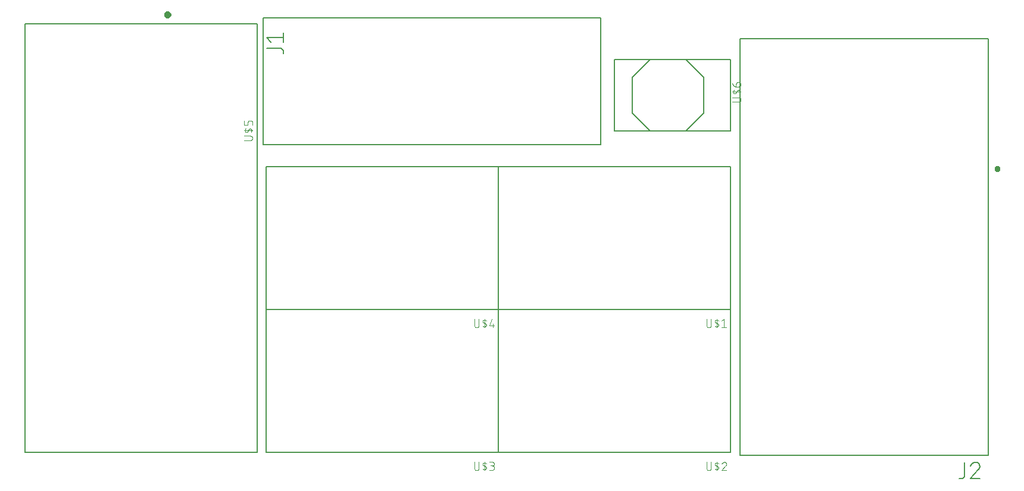
<source format=gbr>
G04 EAGLE Gerber X2 export*
%TF.Part,Single*%
%TF.FileFunction,Legend,Top,1*%
%TF.FilePolarity,Positive*%
%TF.GenerationSoftware,Autodesk,EAGLE,9.1.2*%
%TF.CreationDate,2018-08-08T23:14:36Z*%
G75*
%MOMM*%
%FSLAX34Y34*%
%LPD*%
%AMOC8*
5,1,8,0,0,1.08239X$1,22.5*%
G01*
%ADD10C,0.127000*%
%ADD11C,0.203200*%
%ADD12C,0.500000*%
%ADD13C,0.152400*%
%ADD14C,0.400000*%
%ADD15C,0.101600*%


D10*
X330200Y647700D02*
X330200Y38100D01*
X0Y38100D01*
X0Y647700D01*
X330200Y647700D01*
D11*
X344282Y613007D02*
X362498Y613007D01*
X362498Y613006D02*
X362641Y613004D01*
X362785Y612998D01*
X362928Y612988D01*
X363070Y612974D01*
X363213Y612957D01*
X363355Y612935D01*
X363496Y612909D01*
X363636Y612880D01*
X363776Y612847D01*
X363914Y612810D01*
X364051Y612769D01*
X364188Y612724D01*
X364323Y612676D01*
X364456Y612623D01*
X364588Y612568D01*
X364719Y612508D01*
X364848Y612445D01*
X364975Y612379D01*
X365100Y612309D01*
X365223Y612235D01*
X365344Y612159D01*
X365463Y612079D01*
X365580Y611995D01*
X365694Y611909D01*
X365806Y611819D01*
X365916Y611726D01*
X366023Y611631D01*
X366127Y611532D01*
X366228Y611431D01*
X366327Y611327D01*
X366422Y611220D01*
X366515Y611110D01*
X366605Y610998D01*
X366691Y610884D01*
X366775Y610767D01*
X366855Y610648D01*
X366931Y610527D01*
X367005Y610404D01*
X367075Y610279D01*
X367141Y610152D01*
X367204Y610023D01*
X367264Y609892D01*
X367319Y609760D01*
X367372Y609627D01*
X367420Y609492D01*
X367465Y609355D01*
X367506Y609218D01*
X367543Y609079D01*
X367576Y608940D01*
X367605Y608800D01*
X367631Y608659D01*
X367653Y608517D01*
X367670Y608374D01*
X367684Y608232D01*
X367694Y608089D01*
X367700Y607945D01*
X367702Y607802D01*
X367702Y605200D01*
X349487Y621575D02*
X344282Y628080D01*
X367702Y628080D01*
X367702Y621575D02*
X367702Y634586D01*
D12*
X200700Y660400D02*
X200702Y660499D01*
X200708Y660599D01*
X200718Y660698D01*
X200732Y660796D01*
X200749Y660894D01*
X200771Y660991D01*
X200796Y661087D01*
X200825Y661182D01*
X200858Y661276D01*
X200895Y661368D01*
X200935Y661459D01*
X200979Y661548D01*
X201027Y661636D01*
X201078Y661721D01*
X201132Y661804D01*
X201189Y661886D01*
X201250Y661964D01*
X201314Y662041D01*
X201380Y662114D01*
X201450Y662185D01*
X201522Y662253D01*
X201597Y662319D01*
X201675Y662381D01*
X201755Y662440D01*
X201837Y662496D01*
X201921Y662548D01*
X202008Y662597D01*
X202096Y662643D01*
X202186Y662685D01*
X202278Y662724D01*
X202371Y662759D01*
X202465Y662790D01*
X202561Y662817D01*
X202658Y662840D01*
X202755Y662860D01*
X202853Y662876D01*
X202952Y662888D01*
X203051Y662896D01*
X203150Y662900D01*
X203250Y662900D01*
X203349Y662896D01*
X203448Y662888D01*
X203547Y662876D01*
X203645Y662860D01*
X203742Y662840D01*
X203839Y662817D01*
X203935Y662790D01*
X204029Y662759D01*
X204122Y662724D01*
X204214Y662685D01*
X204304Y662643D01*
X204392Y662597D01*
X204479Y662548D01*
X204563Y662496D01*
X204645Y662440D01*
X204725Y662381D01*
X204803Y662319D01*
X204878Y662253D01*
X204950Y662185D01*
X205020Y662114D01*
X205086Y662041D01*
X205150Y661964D01*
X205211Y661886D01*
X205268Y661804D01*
X205322Y661721D01*
X205373Y661636D01*
X205421Y661548D01*
X205465Y661459D01*
X205505Y661368D01*
X205542Y661276D01*
X205575Y661182D01*
X205604Y661087D01*
X205629Y660991D01*
X205651Y660894D01*
X205668Y660796D01*
X205682Y660698D01*
X205692Y660599D01*
X205698Y660499D01*
X205700Y660400D01*
X205698Y660301D01*
X205692Y660201D01*
X205682Y660102D01*
X205668Y660004D01*
X205651Y659906D01*
X205629Y659809D01*
X205604Y659713D01*
X205575Y659618D01*
X205542Y659524D01*
X205505Y659432D01*
X205465Y659341D01*
X205421Y659252D01*
X205373Y659164D01*
X205322Y659079D01*
X205268Y658996D01*
X205211Y658914D01*
X205150Y658836D01*
X205086Y658759D01*
X205020Y658686D01*
X204950Y658615D01*
X204878Y658547D01*
X204803Y658481D01*
X204725Y658419D01*
X204645Y658360D01*
X204563Y658304D01*
X204479Y658252D01*
X204392Y658203D01*
X204304Y658157D01*
X204214Y658115D01*
X204122Y658076D01*
X204029Y658041D01*
X203935Y658010D01*
X203839Y657983D01*
X203742Y657960D01*
X203645Y657940D01*
X203547Y657924D01*
X203448Y657912D01*
X203349Y657904D01*
X203250Y657900D01*
X203150Y657900D01*
X203051Y657904D01*
X202952Y657912D01*
X202853Y657924D01*
X202755Y657940D01*
X202658Y657960D01*
X202561Y657983D01*
X202465Y658010D01*
X202371Y658041D01*
X202278Y658076D01*
X202186Y658115D01*
X202096Y658157D01*
X202008Y658203D01*
X201921Y658252D01*
X201837Y658304D01*
X201755Y658360D01*
X201675Y658419D01*
X201597Y658481D01*
X201522Y658547D01*
X201450Y658615D01*
X201380Y658686D01*
X201314Y658759D01*
X201250Y658836D01*
X201189Y658914D01*
X201132Y658996D01*
X201078Y659079D01*
X201027Y659164D01*
X200979Y659252D01*
X200935Y659341D01*
X200895Y659432D01*
X200858Y659524D01*
X200825Y659618D01*
X200796Y659713D01*
X200771Y659809D01*
X200749Y659906D01*
X200732Y660004D01*
X200718Y660102D01*
X200708Y660201D01*
X200702Y660301D01*
X200700Y660400D01*
D11*
X1336492Y24071D02*
X1336492Y5876D01*
X1336490Y5733D01*
X1336484Y5590D01*
X1336474Y5447D01*
X1336460Y5304D01*
X1336443Y5162D01*
X1336421Y5020D01*
X1336396Y4879D01*
X1336366Y4739D01*
X1336333Y4600D01*
X1336296Y4461D01*
X1336255Y4324D01*
X1336210Y4188D01*
X1336162Y4053D01*
X1336110Y3920D01*
X1336054Y3788D01*
X1335995Y3657D01*
X1335932Y3528D01*
X1335865Y3402D01*
X1335795Y3276D01*
X1335722Y3153D01*
X1335645Y3032D01*
X1335565Y2914D01*
X1335482Y2797D01*
X1335396Y2683D01*
X1335306Y2571D01*
X1335214Y2462D01*
X1335118Y2355D01*
X1335020Y2251D01*
X1334918Y2149D01*
X1334814Y2051D01*
X1334707Y1955D01*
X1334598Y1863D01*
X1334486Y1773D01*
X1334372Y1687D01*
X1334255Y1604D01*
X1334137Y1524D01*
X1334016Y1447D01*
X1333893Y1374D01*
X1333767Y1304D01*
X1333641Y1237D01*
X1333512Y1174D01*
X1333381Y1115D01*
X1333249Y1059D01*
X1333116Y1007D01*
X1332981Y959D01*
X1332845Y914D01*
X1332708Y873D01*
X1332569Y836D01*
X1332430Y803D01*
X1332290Y773D01*
X1332149Y748D01*
X1332007Y726D01*
X1331865Y709D01*
X1331722Y695D01*
X1331579Y685D01*
X1331436Y679D01*
X1331293Y677D01*
X1328694Y677D01*
X1352205Y24071D02*
X1352356Y24069D01*
X1352506Y24063D01*
X1352656Y24054D01*
X1352806Y24040D01*
X1352956Y24023D01*
X1353105Y24001D01*
X1353254Y23976D01*
X1353401Y23947D01*
X1353548Y23915D01*
X1353695Y23878D01*
X1353840Y23838D01*
X1353984Y23794D01*
X1354127Y23746D01*
X1354268Y23695D01*
X1354408Y23640D01*
X1354547Y23582D01*
X1354684Y23519D01*
X1354820Y23454D01*
X1354954Y23385D01*
X1355086Y23312D01*
X1355216Y23236D01*
X1355344Y23157D01*
X1355470Y23075D01*
X1355594Y22989D01*
X1355716Y22900D01*
X1355835Y22808D01*
X1355952Y22713D01*
X1356066Y22615D01*
X1356178Y22514D01*
X1356287Y22411D01*
X1356394Y22304D01*
X1356497Y22195D01*
X1356598Y22083D01*
X1356696Y21969D01*
X1356791Y21852D01*
X1356883Y21733D01*
X1356972Y21611D01*
X1357058Y21487D01*
X1357140Y21361D01*
X1357219Y21233D01*
X1357295Y21103D01*
X1357368Y20971D01*
X1357437Y20837D01*
X1357502Y20701D01*
X1357565Y20564D01*
X1357623Y20425D01*
X1357678Y20285D01*
X1357729Y20144D01*
X1357777Y20001D01*
X1357821Y19857D01*
X1357861Y19712D01*
X1357898Y19565D01*
X1357930Y19418D01*
X1357959Y19271D01*
X1357984Y19122D01*
X1358006Y18973D01*
X1358023Y18823D01*
X1358037Y18673D01*
X1358046Y18523D01*
X1358052Y18373D01*
X1358054Y18222D01*
X1352205Y24071D02*
X1352023Y24069D01*
X1351842Y24062D01*
X1351660Y24051D01*
X1351479Y24036D01*
X1351299Y24016D01*
X1351118Y23992D01*
X1350939Y23964D01*
X1350760Y23931D01*
X1350582Y23894D01*
X1350405Y23852D01*
X1350230Y23807D01*
X1350055Y23757D01*
X1349881Y23703D01*
X1349709Y23644D01*
X1349539Y23582D01*
X1349369Y23515D01*
X1349202Y23445D01*
X1349036Y23370D01*
X1348873Y23292D01*
X1348711Y23209D01*
X1348551Y23123D01*
X1348393Y23032D01*
X1348238Y22938D01*
X1348084Y22840D01*
X1347934Y22739D01*
X1347785Y22634D01*
X1347640Y22525D01*
X1347497Y22413D01*
X1347357Y22297D01*
X1347219Y22179D01*
X1347085Y22056D01*
X1346953Y21931D01*
X1346825Y21802D01*
X1346700Y21671D01*
X1346577Y21536D01*
X1346459Y21399D01*
X1346343Y21258D01*
X1346231Y21115D01*
X1346123Y20969D01*
X1346018Y20821D01*
X1345917Y20670D01*
X1345819Y20517D01*
X1345725Y20361D01*
X1345635Y20203D01*
X1345549Y20043D01*
X1345466Y19881D01*
X1345388Y19718D01*
X1345314Y19552D01*
X1345243Y19384D01*
X1345177Y19215D01*
X1345115Y19044D01*
X1345057Y18872D01*
X1356104Y13673D02*
X1356215Y13781D01*
X1356322Y13891D01*
X1356427Y14004D01*
X1356529Y14119D01*
X1356629Y14237D01*
X1356725Y14358D01*
X1356818Y14480D01*
X1356908Y14605D01*
X1356996Y14732D01*
X1357080Y14862D01*
X1357161Y14993D01*
X1357238Y15126D01*
X1357313Y15261D01*
X1357383Y15398D01*
X1357451Y15537D01*
X1357515Y15677D01*
X1357576Y15818D01*
X1357633Y15962D01*
X1357687Y16106D01*
X1357737Y16252D01*
X1357784Y16399D01*
X1357827Y16547D01*
X1357866Y16696D01*
X1357901Y16846D01*
X1357933Y16997D01*
X1357962Y17148D01*
X1357986Y17300D01*
X1358007Y17453D01*
X1358024Y17606D01*
X1358037Y17760D01*
X1358046Y17914D01*
X1358052Y18068D01*
X1358054Y18222D01*
X1356104Y13674D02*
X1345057Y677D01*
X1358054Y677D01*
D13*
X1370100Y34150D02*
X1017500Y34150D01*
X1017500Y626250D01*
X1370100Y626250D01*
X1370100Y34150D01*
D14*
X1380800Y441350D02*
X1380802Y441439D01*
X1380808Y441528D01*
X1380818Y441617D01*
X1380832Y441705D01*
X1380849Y441792D01*
X1380871Y441878D01*
X1380897Y441964D01*
X1380926Y442048D01*
X1380959Y442131D01*
X1380995Y442212D01*
X1381036Y442292D01*
X1381079Y442369D01*
X1381126Y442445D01*
X1381177Y442518D01*
X1381230Y442589D01*
X1381287Y442658D01*
X1381347Y442724D01*
X1381410Y442788D01*
X1381475Y442848D01*
X1381543Y442906D01*
X1381614Y442960D01*
X1381687Y443011D01*
X1381762Y443059D01*
X1381839Y443104D01*
X1381918Y443145D01*
X1381999Y443182D01*
X1382081Y443216D01*
X1382165Y443247D01*
X1382250Y443273D01*
X1382336Y443296D01*
X1382423Y443314D01*
X1382511Y443329D01*
X1382600Y443340D01*
X1382689Y443347D01*
X1382778Y443350D01*
X1382867Y443349D01*
X1382956Y443344D01*
X1383044Y443335D01*
X1383133Y443322D01*
X1383220Y443305D01*
X1383307Y443285D01*
X1383393Y443260D01*
X1383477Y443232D01*
X1383560Y443200D01*
X1383642Y443164D01*
X1383722Y443125D01*
X1383800Y443082D01*
X1383876Y443036D01*
X1383950Y442986D01*
X1384022Y442933D01*
X1384091Y442877D01*
X1384158Y442818D01*
X1384222Y442756D01*
X1384283Y442692D01*
X1384342Y442624D01*
X1384397Y442554D01*
X1384449Y442482D01*
X1384498Y442407D01*
X1384543Y442331D01*
X1384585Y442252D01*
X1384623Y442172D01*
X1384658Y442090D01*
X1384689Y442006D01*
X1384717Y441921D01*
X1384740Y441835D01*
X1384760Y441748D01*
X1384776Y441661D01*
X1384788Y441572D01*
X1384796Y441484D01*
X1384800Y441395D01*
X1384800Y441305D01*
X1384796Y441216D01*
X1384788Y441128D01*
X1384776Y441039D01*
X1384760Y440952D01*
X1384740Y440865D01*
X1384717Y440779D01*
X1384689Y440694D01*
X1384658Y440610D01*
X1384623Y440528D01*
X1384585Y440448D01*
X1384543Y440369D01*
X1384498Y440293D01*
X1384449Y440218D01*
X1384397Y440146D01*
X1384342Y440076D01*
X1384283Y440008D01*
X1384222Y439944D01*
X1384158Y439882D01*
X1384091Y439823D01*
X1384022Y439767D01*
X1383950Y439714D01*
X1383876Y439664D01*
X1383800Y439618D01*
X1383722Y439575D01*
X1383642Y439536D01*
X1383560Y439500D01*
X1383477Y439468D01*
X1383393Y439440D01*
X1383307Y439415D01*
X1383220Y439395D01*
X1383133Y439378D01*
X1383044Y439365D01*
X1382956Y439356D01*
X1382867Y439351D01*
X1382778Y439350D01*
X1382689Y439353D01*
X1382600Y439360D01*
X1382511Y439371D01*
X1382423Y439386D01*
X1382336Y439404D01*
X1382250Y439427D01*
X1382165Y439453D01*
X1382081Y439484D01*
X1381999Y439518D01*
X1381918Y439555D01*
X1381839Y439596D01*
X1381762Y439641D01*
X1381687Y439689D01*
X1381614Y439740D01*
X1381543Y439794D01*
X1381475Y439852D01*
X1381410Y439912D01*
X1381347Y439976D01*
X1381287Y440042D01*
X1381230Y440111D01*
X1381177Y440182D01*
X1381126Y440255D01*
X1381079Y440331D01*
X1381036Y440408D01*
X1380995Y440488D01*
X1380959Y440569D01*
X1380926Y440652D01*
X1380897Y440736D01*
X1380871Y440822D01*
X1380849Y440908D01*
X1380832Y440995D01*
X1380818Y441083D01*
X1380808Y441172D01*
X1380802Y441261D01*
X1380800Y441350D01*
D10*
X673200Y444400D02*
X673200Y241400D01*
X673200Y444400D02*
X1003200Y444400D01*
X1003200Y241400D01*
X673200Y241400D01*
D15*
X969484Y227392D02*
X969484Y218954D01*
X969483Y218954D02*
X969485Y218841D01*
X969491Y218728D01*
X969501Y218615D01*
X969515Y218502D01*
X969532Y218390D01*
X969554Y218279D01*
X969579Y218169D01*
X969609Y218059D01*
X969642Y217951D01*
X969679Y217844D01*
X969719Y217738D01*
X969764Y217634D01*
X969812Y217531D01*
X969863Y217430D01*
X969918Y217331D01*
X969976Y217234D01*
X970038Y217139D01*
X970103Y217046D01*
X970171Y216956D01*
X970242Y216868D01*
X970317Y216782D01*
X970394Y216699D01*
X970474Y216619D01*
X970557Y216542D01*
X970643Y216467D01*
X970731Y216396D01*
X970821Y216328D01*
X970914Y216263D01*
X971009Y216201D01*
X971106Y216143D01*
X971205Y216088D01*
X971306Y216037D01*
X971409Y215989D01*
X971513Y215944D01*
X971619Y215904D01*
X971726Y215867D01*
X971834Y215834D01*
X971944Y215804D01*
X972054Y215779D01*
X972165Y215757D01*
X972277Y215740D01*
X972390Y215726D01*
X972503Y215716D01*
X972616Y215710D01*
X972729Y215708D01*
X972842Y215710D01*
X972955Y215716D01*
X973068Y215726D01*
X973181Y215740D01*
X973293Y215757D01*
X973404Y215779D01*
X973514Y215804D01*
X973624Y215834D01*
X973732Y215867D01*
X973839Y215904D01*
X973945Y215944D01*
X974049Y215989D01*
X974152Y216037D01*
X974253Y216088D01*
X974352Y216143D01*
X974449Y216201D01*
X974544Y216263D01*
X974637Y216328D01*
X974727Y216396D01*
X974815Y216467D01*
X974901Y216542D01*
X974984Y216619D01*
X975064Y216699D01*
X975141Y216782D01*
X975216Y216868D01*
X975287Y216956D01*
X975355Y217046D01*
X975420Y217139D01*
X975482Y217234D01*
X975540Y217331D01*
X975595Y217430D01*
X975646Y217531D01*
X975694Y217634D01*
X975739Y217738D01*
X975779Y217844D01*
X975816Y217951D01*
X975849Y218059D01*
X975879Y218169D01*
X975904Y218279D01*
X975926Y218390D01*
X975943Y218502D01*
X975957Y218615D01*
X975967Y218728D01*
X975973Y218841D01*
X975975Y218954D01*
X975975Y227392D01*
X983778Y227392D02*
X983778Y215708D01*
X983778Y221550D02*
X982156Y222524D01*
X982155Y222523D02*
X982082Y222570D01*
X982011Y222619D01*
X981941Y222672D01*
X981875Y222728D01*
X981811Y222787D01*
X981749Y222848D01*
X981691Y222912D01*
X981635Y222979D01*
X981583Y223048D01*
X981533Y223120D01*
X981487Y223194D01*
X981444Y223269D01*
X981405Y223347D01*
X981369Y223426D01*
X981337Y223507D01*
X981308Y223589D01*
X981283Y223672D01*
X981262Y223756D01*
X981245Y223841D01*
X981231Y223927D01*
X981222Y224013D01*
X981216Y224100D01*
X981214Y224187D01*
X981216Y224274D01*
X981222Y224361D01*
X981232Y224447D01*
X981245Y224533D01*
X981263Y224618D01*
X981284Y224702D01*
X981309Y224785D01*
X981338Y224868D01*
X981370Y224948D01*
X981406Y225027D01*
X981445Y225105D01*
X981488Y225180D01*
X981535Y225254D01*
X981584Y225325D01*
X981637Y225395D01*
X981692Y225461D01*
X981751Y225525D01*
X981812Y225587D01*
X981877Y225646D01*
X981943Y225701D01*
X982012Y225754D01*
X982084Y225804D01*
X982157Y225850D01*
X982233Y225893D01*
X982310Y225932D01*
X982389Y225968D01*
X982470Y226001D01*
X982552Y226029D01*
X982635Y226055D01*
X982719Y226076D01*
X982805Y226093D01*
X982805Y226094D02*
X982945Y226118D01*
X983087Y226138D01*
X983228Y226154D01*
X983370Y226165D01*
X983513Y226173D01*
X983655Y226177D01*
X983798Y226178D01*
X983941Y226174D01*
X984083Y226166D01*
X984225Y226154D01*
X984367Y226138D01*
X984508Y226119D01*
X984649Y226095D01*
X984789Y226068D01*
X984928Y226036D01*
X985066Y226001D01*
X985204Y225962D01*
X985340Y225919D01*
X985474Y225873D01*
X985608Y225822D01*
X985740Y225769D01*
X985870Y225711D01*
X985999Y225650D01*
X986126Y225585D01*
X986252Y225517D01*
X986375Y225445D01*
X983778Y221550D02*
X985401Y220576D01*
X985402Y220577D02*
X985475Y220530D01*
X985546Y220481D01*
X985616Y220428D01*
X985682Y220372D01*
X985746Y220313D01*
X985808Y220252D01*
X985866Y220188D01*
X985922Y220121D01*
X985974Y220052D01*
X986024Y219980D01*
X986070Y219906D01*
X986113Y219831D01*
X986152Y219753D01*
X986188Y219674D01*
X986220Y219593D01*
X986249Y219511D01*
X986274Y219428D01*
X986295Y219344D01*
X986312Y219259D01*
X986326Y219173D01*
X986335Y219087D01*
X986341Y219000D01*
X986343Y218913D01*
X986341Y218826D01*
X986335Y218739D01*
X986325Y218653D01*
X986312Y218567D01*
X986294Y218482D01*
X986273Y218398D01*
X986248Y218315D01*
X986219Y218232D01*
X986187Y218152D01*
X986151Y218073D01*
X986112Y217995D01*
X986069Y217920D01*
X986022Y217846D01*
X985973Y217775D01*
X985920Y217705D01*
X985865Y217639D01*
X985806Y217575D01*
X985745Y217513D01*
X985680Y217454D01*
X985614Y217399D01*
X985545Y217346D01*
X985473Y217296D01*
X985400Y217250D01*
X985324Y217207D01*
X985247Y217168D01*
X985168Y217132D01*
X985087Y217099D01*
X985005Y217071D01*
X984922Y217045D01*
X984838Y217024D01*
X984753Y217007D01*
X984752Y217006D02*
X984612Y216982D01*
X984470Y216962D01*
X984329Y216946D01*
X984187Y216935D01*
X984044Y216927D01*
X983902Y216923D01*
X983759Y216922D01*
X983616Y216926D01*
X983474Y216934D01*
X983332Y216946D01*
X983190Y216962D01*
X983049Y216981D01*
X982908Y217005D01*
X982768Y217032D01*
X982629Y217064D01*
X982491Y217099D01*
X982353Y217138D01*
X982217Y217181D01*
X982083Y217227D01*
X981949Y217278D01*
X981817Y217331D01*
X981687Y217389D01*
X981558Y217450D01*
X981431Y217515D01*
X981305Y217583D01*
X981182Y217655D01*
X991201Y224796D02*
X994446Y227392D01*
X994446Y215708D01*
X991201Y215708D02*
X997692Y215708D01*
D10*
X673200Y241200D02*
X673200Y38200D01*
X673200Y241200D02*
X1003200Y241200D01*
X1003200Y38200D01*
X673200Y38200D01*
D15*
X969484Y24192D02*
X969484Y15754D01*
X969483Y15754D02*
X969485Y15641D01*
X969491Y15528D01*
X969501Y15415D01*
X969515Y15302D01*
X969532Y15190D01*
X969554Y15079D01*
X969579Y14969D01*
X969609Y14859D01*
X969642Y14751D01*
X969679Y14644D01*
X969719Y14538D01*
X969764Y14434D01*
X969812Y14331D01*
X969863Y14230D01*
X969918Y14131D01*
X969976Y14034D01*
X970038Y13939D01*
X970103Y13846D01*
X970171Y13756D01*
X970242Y13668D01*
X970317Y13582D01*
X970394Y13499D01*
X970474Y13419D01*
X970557Y13342D01*
X970643Y13267D01*
X970731Y13196D01*
X970821Y13128D01*
X970914Y13063D01*
X971009Y13001D01*
X971106Y12943D01*
X971205Y12888D01*
X971306Y12837D01*
X971409Y12789D01*
X971513Y12744D01*
X971619Y12704D01*
X971726Y12667D01*
X971834Y12634D01*
X971944Y12604D01*
X972054Y12579D01*
X972165Y12557D01*
X972277Y12540D01*
X972390Y12526D01*
X972503Y12516D01*
X972616Y12510D01*
X972729Y12508D01*
X972842Y12510D01*
X972955Y12516D01*
X973068Y12526D01*
X973181Y12540D01*
X973293Y12557D01*
X973404Y12579D01*
X973514Y12604D01*
X973624Y12634D01*
X973732Y12667D01*
X973839Y12704D01*
X973945Y12744D01*
X974049Y12789D01*
X974152Y12837D01*
X974253Y12888D01*
X974352Y12943D01*
X974449Y13001D01*
X974544Y13063D01*
X974637Y13128D01*
X974727Y13196D01*
X974815Y13267D01*
X974901Y13342D01*
X974984Y13419D01*
X975064Y13499D01*
X975141Y13582D01*
X975216Y13668D01*
X975287Y13756D01*
X975355Y13846D01*
X975420Y13939D01*
X975482Y14034D01*
X975540Y14131D01*
X975595Y14230D01*
X975646Y14331D01*
X975694Y14434D01*
X975739Y14538D01*
X975779Y14644D01*
X975816Y14751D01*
X975849Y14859D01*
X975879Y14969D01*
X975904Y15079D01*
X975926Y15190D01*
X975943Y15302D01*
X975957Y15415D01*
X975967Y15528D01*
X975973Y15641D01*
X975975Y15754D01*
X975975Y24192D01*
X983778Y24192D02*
X983778Y12508D01*
X983778Y18350D02*
X982156Y19324D01*
X982155Y19323D02*
X982082Y19370D01*
X982011Y19419D01*
X981941Y19472D01*
X981875Y19528D01*
X981811Y19587D01*
X981749Y19648D01*
X981691Y19712D01*
X981635Y19779D01*
X981583Y19848D01*
X981533Y19920D01*
X981487Y19994D01*
X981444Y20069D01*
X981405Y20147D01*
X981369Y20226D01*
X981337Y20307D01*
X981308Y20389D01*
X981283Y20472D01*
X981262Y20556D01*
X981245Y20641D01*
X981231Y20727D01*
X981222Y20813D01*
X981216Y20900D01*
X981214Y20987D01*
X981216Y21074D01*
X981222Y21161D01*
X981232Y21247D01*
X981245Y21333D01*
X981263Y21418D01*
X981284Y21502D01*
X981309Y21585D01*
X981338Y21668D01*
X981370Y21748D01*
X981406Y21827D01*
X981445Y21905D01*
X981488Y21980D01*
X981535Y22054D01*
X981584Y22125D01*
X981637Y22195D01*
X981692Y22261D01*
X981751Y22325D01*
X981812Y22387D01*
X981877Y22446D01*
X981943Y22501D01*
X982012Y22554D01*
X982084Y22604D01*
X982157Y22650D01*
X982233Y22693D01*
X982310Y22732D01*
X982389Y22768D01*
X982470Y22801D01*
X982552Y22829D01*
X982635Y22855D01*
X982719Y22876D01*
X982805Y22893D01*
X982805Y22894D02*
X982945Y22918D01*
X983087Y22938D01*
X983228Y22954D01*
X983370Y22965D01*
X983513Y22973D01*
X983655Y22977D01*
X983798Y22978D01*
X983941Y22974D01*
X984083Y22966D01*
X984225Y22954D01*
X984367Y22938D01*
X984508Y22919D01*
X984649Y22895D01*
X984789Y22868D01*
X984928Y22836D01*
X985066Y22801D01*
X985204Y22762D01*
X985340Y22719D01*
X985474Y22673D01*
X985608Y22622D01*
X985740Y22569D01*
X985870Y22511D01*
X985999Y22450D01*
X986126Y22385D01*
X986252Y22317D01*
X986375Y22245D01*
X983778Y18350D02*
X985401Y17376D01*
X985402Y17377D02*
X985475Y17330D01*
X985546Y17281D01*
X985616Y17228D01*
X985682Y17172D01*
X985746Y17113D01*
X985808Y17052D01*
X985866Y16988D01*
X985922Y16921D01*
X985974Y16852D01*
X986024Y16780D01*
X986070Y16706D01*
X986113Y16631D01*
X986152Y16553D01*
X986188Y16474D01*
X986220Y16393D01*
X986249Y16311D01*
X986274Y16228D01*
X986295Y16144D01*
X986312Y16059D01*
X986326Y15973D01*
X986335Y15887D01*
X986341Y15800D01*
X986343Y15713D01*
X986341Y15626D01*
X986335Y15539D01*
X986325Y15453D01*
X986312Y15367D01*
X986294Y15282D01*
X986273Y15198D01*
X986248Y15115D01*
X986219Y15032D01*
X986187Y14952D01*
X986151Y14873D01*
X986112Y14795D01*
X986069Y14720D01*
X986022Y14646D01*
X985973Y14575D01*
X985920Y14505D01*
X985865Y14439D01*
X985806Y14375D01*
X985745Y14313D01*
X985680Y14254D01*
X985614Y14199D01*
X985545Y14146D01*
X985473Y14096D01*
X985400Y14050D01*
X985324Y14007D01*
X985247Y13968D01*
X985168Y13932D01*
X985087Y13899D01*
X985005Y13871D01*
X984922Y13845D01*
X984838Y13824D01*
X984753Y13807D01*
X984752Y13806D02*
X984612Y13782D01*
X984470Y13762D01*
X984329Y13746D01*
X984187Y13735D01*
X984044Y13727D01*
X983902Y13723D01*
X983759Y13722D01*
X983616Y13726D01*
X983474Y13734D01*
X983332Y13746D01*
X983190Y13762D01*
X983049Y13781D01*
X982908Y13805D01*
X982768Y13832D01*
X982629Y13864D01*
X982491Y13899D01*
X982353Y13938D01*
X982217Y13981D01*
X982083Y14027D01*
X981949Y14078D01*
X981817Y14131D01*
X981687Y14189D01*
X981558Y14250D01*
X981431Y14315D01*
X981305Y14383D01*
X981182Y14455D01*
X994771Y24192D02*
X994878Y24190D01*
X994984Y24184D01*
X995090Y24174D01*
X995196Y24161D01*
X995302Y24143D01*
X995406Y24122D01*
X995510Y24097D01*
X995613Y24068D01*
X995714Y24036D01*
X995814Y23999D01*
X995913Y23959D01*
X996011Y23916D01*
X996107Y23869D01*
X996201Y23818D01*
X996293Y23764D01*
X996383Y23707D01*
X996471Y23647D01*
X996556Y23583D01*
X996639Y23516D01*
X996720Y23446D01*
X996798Y23374D01*
X996874Y23298D01*
X996946Y23220D01*
X997016Y23139D01*
X997083Y23056D01*
X997147Y22971D01*
X997207Y22883D01*
X997264Y22793D01*
X997318Y22701D01*
X997369Y22607D01*
X997416Y22511D01*
X997459Y22413D01*
X997499Y22314D01*
X997536Y22214D01*
X997568Y22113D01*
X997597Y22010D01*
X997622Y21906D01*
X997643Y21802D01*
X997661Y21696D01*
X997674Y21590D01*
X997684Y21484D01*
X997690Y21378D01*
X997692Y21271D01*
X994771Y24192D02*
X994650Y24190D01*
X994529Y24184D01*
X994409Y24174D01*
X994288Y24161D01*
X994169Y24143D01*
X994049Y24122D01*
X993931Y24097D01*
X993814Y24068D01*
X993697Y24035D01*
X993582Y23999D01*
X993468Y23958D01*
X993355Y23915D01*
X993243Y23867D01*
X993134Y23816D01*
X993026Y23761D01*
X992919Y23703D01*
X992815Y23642D01*
X992713Y23577D01*
X992613Y23509D01*
X992515Y23438D01*
X992419Y23364D01*
X992326Y23287D01*
X992236Y23206D01*
X992148Y23123D01*
X992063Y23037D01*
X991980Y22948D01*
X991901Y22857D01*
X991824Y22763D01*
X991751Y22667D01*
X991681Y22569D01*
X991614Y22468D01*
X991550Y22365D01*
X991490Y22260D01*
X991433Y22153D01*
X991379Y22045D01*
X991329Y21935D01*
X991283Y21823D01*
X991240Y21710D01*
X991201Y21595D01*
X996719Y18999D02*
X996798Y19076D01*
X996874Y19157D01*
X996947Y19240D01*
X997017Y19325D01*
X997084Y19413D01*
X997148Y19503D01*
X997208Y19595D01*
X997265Y19690D01*
X997319Y19786D01*
X997370Y19884D01*
X997417Y19984D01*
X997461Y20086D01*
X997501Y20189D01*
X997537Y20293D01*
X997569Y20399D01*
X997598Y20505D01*
X997623Y20613D01*
X997645Y20721D01*
X997662Y20831D01*
X997676Y20940D01*
X997685Y21050D01*
X997691Y21161D01*
X997693Y21271D01*
X996718Y18999D02*
X991201Y12508D01*
X997692Y12508D01*
D10*
X343000Y38200D02*
X343000Y241200D01*
X673000Y241200D01*
X673000Y38200D01*
X343000Y38200D01*
D15*
X639284Y24192D02*
X639284Y15754D01*
X639283Y15754D02*
X639285Y15641D01*
X639291Y15528D01*
X639301Y15415D01*
X639315Y15302D01*
X639332Y15190D01*
X639354Y15079D01*
X639379Y14969D01*
X639409Y14859D01*
X639442Y14751D01*
X639479Y14644D01*
X639519Y14538D01*
X639564Y14434D01*
X639612Y14331D01*
X639663Y14230D01*
X639718Y14131D01*
X639776Y14034D01*
X639838Y13939D01*
X639903Y13846D01*
X639971Y13756D01*
X640042Y13668D01*
X640117Y13582D01*
X640194Y13499D01*
X640274Y13419D01*
X640357Y13342D01*
X640443Y13267D01*
X640531Y13196D01*
X640621Y13128D01*
X640714Y13063D01*
X640809Y13001D01*
X640906Y12943D01*
X641005Y12888D01*
X641106Y12837D01*
X641209Y12789D01*
X641313Y12744D01*
X641419Y12704D01*
X641526Y12667D01*
X641634Y12634D01*
X641744Y12604D01*
X641854Y12579D01*
X641965Y12557D01*
X642077Y12540D01*
X642190Y12526D01*
X642303Y12516D01*
X642416Y12510D01*
X642529Y12508D01*
X642642Y12510D01*
X642755Y12516D01*
X642868Y12526D01*
X642981Y12540D01*
X643093Y12557D01*
X643204Y12579D01*
X643314Y12604D01*
X643424Y12634D01*
X643532Y12667D01*
X643639Y12704D01*
X643745Y12744D01*
X643849Y12789D01*
X643952Y12837D01*
X644053Y12888D01*
X644152Y12943D01*
X644249Y13001D01*
X644344Y13063D01*
X644437Y13128D01*
X644527Y13196D01*
X644615Y13267D01*
X644701Y13342D01*
X644784Y13419D01*
X644864Y13499D01*
X644941Y13582D01*
X645016Y13668D01*
X645087Y13756D01*
X645155Y13846D01*
X645220Y13939D01*
X645282Y14034D01*
X645340Y14131D01*
X645395Y14230D01*
X645446Y14331D01*
X645494Y14434D01*
X645539Y14538D01*
X645579Y14644D01*
X645616Y14751D01*
X645649Y14859D01*
X645679Y14969D01*
X645704Y15079D01*
X645726Y15190D01*
X645743Y15302D01*
X645757Y15415D01*
X645767Y15528D01*
X645773Y15641D01*
X645775Y15754D01*
X645775Y24192D01*
X653578Y24192D02*
X653578Y12508D01*
X653578Y18350D02*
X651956Y19324D01*
X651955Y19323D02*
X651882Y19370D01*
X651811Y19419D01*
X651741Y19472D01*
X651675Y19528D01*
X651611Y19587D01*
X651549Y19648D01*
X651491Y19712D01*
X651435Y19779D01*
X651383Y19848D01*
X651333Y19920D01*
X651287Y19994D01*
X651244Y20069D01*
X651205Y20147D01*
X651169Y20226D01*
X651137Y20307D01*
X651108Y20389D01*
X651083Y20472D01*
X651062Y20556D01*
X651045Y20641D01*
X651031Y20727D01*
X651022Y20813D01*
X651016Y20900D01*
X651014Y20987D01*
X651016Y21074D01*
X651022Y21161D01*
X651032Y21247D01*
X651045Y21333D01*
X651063Y21418D01*
X651084Y21502D01*
X651109Y21585D01*
X651138Y21668D01*
X651170Y21748D01*
X651206Y21827D01*
X651245Y21905D01*
X651288Y21980D01*
X651335Y22054D01*
X651384Y22125D01*
X651437Y22195D01*
X651492Y22261D01*
X651551Y22325D01*
X651612Y22387D01*
X651677Y22446D01*
X651743Y22501D01*
X651812Y22554D01*
X651884Y22604D01*
X651957Y22650D01*
X652033Y22693D01*
X652110Y22732D01*
X652189Y22768D01*
X652270Y22801D01*
X652352Y22829D01*
X652435Y22855D01*
X652519Y22876D01*
X652605Y22893D01*
X652605Y22894D02*
X652745Y22918D01*
X652887Y22938D01*
X653028Y22954D01*
X653170Y22965D01*
X653313Y22973D01*
X653455Y22977D01*
X653598Y22978D01*
X653741Y22974D01*
X653883Y22966D01*
X654025Y22954D01*
X654167Y22938D01*
X654308Y22919D01*
X654449Y22895D01*
X654589Y22868D01*
X654728Y22836D01*
X654866Y22801D01*
X655004Y22762D01*
X655140Y22719D01*
X655274Y22673D01*
X655408Y22622D01*
X655540Y22569D01*
X655670Y22511D01*
X655799Y22450D01*
X655926Y22385D01*
X656052Y22317D01*
X656175Y22245D01*
X653578Y18350D02*
X655201Y17376D01*
X655202Y17377D02*
X655275Y17330D01*
X655346Y17281D01*
X655416Y17228D01*
X655482Y17172D01*
X655546Y17113D01*
X655608Y17052D01*
X655666Y16988D01*
X655722Y16921D01*
X655774Y16852D01*
X655824Y16780D01*
X655870Y16706D01*
X655913Y16631D01*
X655952Y16553D01*
X655988Y16474D01*
X656020Y16393D01*
X656049Y16311D01*
X656074Y16228D01*
X656095Y16144D01*
X656112Y16059D01*
X656126Y15973D01*
X656135Y15887D01*
X656141Y15800D01*
X656143Y15713D01*
X656141Y15626D01*
X656135Y15539D01*
X656125Y15453D01*
X656112Y15367D01*
X656094Y15282D01*
X656073Y15198D01*
X656048Y15115D01*
X656019Y15032D01*
X655987Y14952D01*
X655951Y14873D01*
X655912Y14795D01*
X655869Y14720D01*
X655822Y14646D01*
X655773Y14575D01*
X655720Y14505D01*
X655665Y14439D01*
X655606Y14375D01*
X655545Y14313D01*
X655480Y14254D01*
X655414Y14199D01*
X655345Y14146D01*
X655273Y14096D01*
X655200Y14050D01*
X655124Y14007D01*
X655047Y13968D01*
X654968Y13932D01*
X654887Y13899D01*
X654805Y13871D01*
X654722Y13845D01*
X654638Y13824D01*
X654553Y13807D01*
X654552Y13806D02*
X654412Y13782D01*
X654270Y13762D01*
X654129Y13746D01*
X653987Y13735D01*
X653844Y13727D01*
X653702Y13723D01*
X653559Y13722D01*
X653416Y13726D01*
X653274Y13734D01*
X653132Y13746D01*
X652990Y13762D01*
X652849Y13781D01*
X652708Y13805D01*
X652568Y13832D01*
X652429Y13864D01*
X652291Y13899D01*
X652153Y13938D01*
X652017Y13981D01*
X651883Y14027D01*
X651749Y14078D01*
X651617Y14131D01*
X651487Y14189D01*
X651358Y14250D01*
X651231Y14315D01*
X651105Y14383D01*
X650982Y14455D01*
X661001Y12508D02*
X664246Y12508D01*
X664359Y12510D01*
X664472Y12516D01*
X664585Y12526D01*
X664698Y12540D01*
X664810Y12557D01*
X664921Y12579D01*
X665031Y12604D01*
X665141Y12634D01*
X665249Y12667D01*
X665356Y12704D01*
X665462Y12744D01*
X665566Y12789D01*
X665669Y12837D01*
X665770Y12888D01*
X665869Y12943D01*
X665966Y13001D01*
X666061Y13063D01*
X666154Y13128D01*
X666244Y13196D01*
X666332Y13267D01*
X666418Y13342D01*
X666501Y13419D01*
X666581Y13499D01*
X666658Y13582D01*
X666733Y13668D01*
X666804Y13756D01*
X666872Y13846D01*
X666937Y13939D01*
X666999Y14034D01*
X667057Y14131D01*
X667112Y14230D01*
X667163Y14331D01*
X667211Y14434D01*
X667256Y14538D01*
X667296Y14644D01*
X667333Y14751D01*
X667366Y14859D01*
X667396Y14969D01*
X667421Y15079D01*
X667443Y15190D01*
X667460Y15302D01*
X667474Y15415D01*
X667484Y15528D01*
X667490Y15641D01*
X667492Y15754D01*
X667490Y15867D01*
X667484Y15980D01*
X667474Y16093D01*
X667460Y16206D01*
X667443Y16318D01*
X667421Y16429D01*
X667396Y16539D01*
X667366Y16649D01*
X667333Y16757D01*
X667296Y16864D01*
X667256Y16970D01*
X667211Y17074D01*
X667163Y17177D01*
X667112Y17278D01*
X667057Y17377D01*
X666999Y17474D01*
X666937Y17569D01*
X666872Y17662D01*
X666804Y17752D01*
X666733Y17840D01*
X666658Y17926D01*
X666581Y18009D01*
X666501Y18089D01*
X666418Y18166D01*
X666332Y18241D01*
X666244Y18312D01*
X666154Y18380D01*
X666061Y18445D01*
X665966Y18507D01*
X665869Y18565D01*
X665770Y18620D01*
X665669Y18671D01*
X665566Y18719D01*
X665462Y18764D01*
X665356Y18804D01*
X665249Y18841D01*
X665141Y18874D01*
X665031Y18904D01*
X664921Y18929D01*
X664810Y18951D01*
X664698Y18968D01*
X664585Y18982D01*
X664472Y18992D01*
X664359Y18998D01*
X664246Y19000D01*
X664896Y24192D02*
X661001Y24192D01*
X664896Y24192D02*
X664997Y24190D01*
X665097Y24184D01*
X665197Y24174D01*
X665297Y24161D01*
X665396Y24143D01*
X665495Y24122D01*
X665592Y24097D01*
X665689Y24068D01*
X665784Y24035D01*
X665878Y23999D01*
X665970Y23959D01*
X666061Y23916D01*
X666150Y23869D01*
X666237Y23819D01*
X666323Y23765D01*
X666406Y23708D01*
X666486Y23648D01*
X666565Y23585D01*
X666641Y23518D01*
X666714Y23449D01*
X666784Y23377D01*
X666852Y23303D01*
X666917Y23226D01*
X666978Y23146D01*
X667037Y23064D01*
X667092Y22980D01*
X667144Y22894D01*
X667193Y22806D01*
X667238Y22716D01*
X667280Y22624D01*
X667318Y22531D01*
X667352Y22436D01*
X667383Y22341D01*
X667410Y22244D01*
X667433Y22146D01*
X667453Y22047D01*
X667468Y21947D01*
X667480Y21847D01*
X667488Y21747D01*
X667492Y21646D01*
X667492Y21546D01*
X667488Y21445D01*
X667480Y21345D01*
X667468Y21245D01*
X667453Y21145D01*
X667433Y21046D01*
X667410Y20948D01*
X667383Y20851D01*
X667352Y20756D01*
X667318Y20661D01*
X667280Y20568D01*
X667238Y20476D01*
X667193Y20386D01*
X667144Y20298D01*
X667092Y20212D01*
X667037Y20128D01*
X666978Y20046D01*
X666917Y19966D01*
X666852Y19889D01*
X666784Y19815D01*
X666714Y19743D01*
X666641Y19674D01*
X666565Y19607D01*
X666486Y19544D01*
X666406Y19484D01*
X666323Y19427D01*
X666237Y19373D01*
X666150Y19323D01*
X666061Y19276D01*
X665970Y19233D01*
X665878Y19193D01*
X665784Y19157D01*
X665689Y19124D01*
X665592Y19095D01*
X665495Y19070D01*
X665396Y19049D01*
X665297Y19031D01*
X665197Y19018D01*
X665097Y19008D01*
X664997Y19002D01*
X664896Y19000D01*
X664896Y18999D02*
X662299Y18999D01*
D10*
X343000Y241400D02*
X343000Y444400D01*
X673000Y444400D01*
X673000Y241400D01*
X343000Y241400D01*
D15*
X639284Y227392D02*
X639284Y218954D01*
X639283Y218954D02*
X639285Y218841D01*
X639291Y218728D01*
X639301Y218615D01*
X639315Y218502D01*
X639332Y218390D01*
X639354Y218279D01*
X639379Y218169D01*
X639409Y218059D01*
X639442Y217951D01*
X639479Y217844D01*
X639519Y217738D01*
X639564Y217634D01*
X639612Y217531D01*
X639663Y217430D01*
X639718Y217331D01*
X639776Y217234D01*
X639838Y217139D01*
X639903Y217046D01*
X639971Y216956D01*
X640042Y216868D01*
X640117Y216782D01*
X640194Y216699D01*
X640274Y216619D01*
X640357Y216542D01*
X640443Y216467D01*
X640531Y216396D01*
X640621Y216328D01*
X640714Y216263D01*
X640809Y216201D01*
X640906Y216143D01*
X641005Y216088D01*
X641106Y216037D01*
X641209Y215989D01*
X641313Y215944D01*
X641419Y215904D01*
X641526Y215867D01*
X641634Y215834D01*
X641744Y215804D01*
X641854Y215779D01*
X641965Y215757D01*
X642077Y215740D01*
X642190Y215726D01*
X642303Y215716D01*
X642416Y215710D01*
X642529Y215708D01*
X642642Y215710D01*
X642755Y215716D01*
X642868Y215726D01*
X642981Y215740D01*
X643093Y215757D01*
X643204Y215779D01*
X643314Y215804D01*
X643424Y215834D01*
X643532Y215867D01*
X643639Y215904D01*
X643745Y215944D01*
X643849Y215989D01*
X643952Y216037D01*
X644053Y216088D01*
X644152Y216143D01*
X644249Y216201D01*
X644344Y216263D01*
X644437Y216328D01*
X644527Y216396D01*
X644615Y216467D01*
X644701Y216542D01*
X644784Y216619D01*
X644864Y216699D01*
X644941Y216782D01*
X645016Y216868D01*
X645087Y216956D01*
X645155Y217046D01*
X645220Y217139D01*
X645282Y217234D01*
X645340Y217331D01*
X645395Y217430D01*
X645446Y217531D01*
X645494Y217634D01*
X645539Y217738D01*
X645579Y217844D01*
X645616Y217951D01*
X645649Y218059D01*
X645679Y218169D01*
X645704Y218279D01*
X645726Y218390D01*
X645743Y218502D01*
X645757Y218615D01*
X645767Y218728D01*
X645773Y218841D01*
X645775Y218954D01*
X645775Y227392D01*
X653578Y227392D02*
X653578Y215708D01*
X653578Y221550D02*
X651956Y222524D01*
X651955Y222523D02*
X651882Y222570D01*
X651811Y222619D01*
X651741Y222672D01*
X651675Y222728D01*
X651611Y222787D01*
X651549Y222848D01*
X651491Y222912D01*
X651435Y222979D01*
X651383Y223048D01*
X651333Y223120D01*
X651287Y223194D01*
X651244Y223269D01*
X651205Y223347D01*
X651169Y223426D01*
X651137Y223507D01*
X651108Y223589D01*
X651083Y223672D01*
X651062Y223756D01*
X651045Y223841D01*
X651031Y223927D01*
X651022Y224013D01*
X651016Y224100D01*
X651014Y224187D01*
X651016Y224274D01*
X651022Y224361D01*
X651032Y224447D01*
X651045Y224533D01*
X651063Y224618D01*
X651084Y224702D01*
X651109Y224785D01*
X651138Y224868D01*
X651170Y224948D01*
X651206Y225027D01*
X651245Y225105D01*
X651288Y225180D01*
X651335Y225254D01*
X651384Y225325D01*
X651437Y225395D01*
X651492Y225461D01*
X651551Y225525D01*
X651612Y225587D01*
X651677Y225646D01*
X651743Y225701D01*
X651812Y225754D01*
X651884Y225804D01*
X651957Y225850D01*
X652033Y225893D01*
X652110Y225932D01*
X652189Y225968D01*
X652270Y226001D01*
X652352Y226029D01*
X652435Y226055D01*
X652519Y226076D01*
X652605Y226093D01*
X652605Y226094D02*
X652745Y226118D01*
X652887Y226138D01*
X653028Y226154D01*
X653170Y226165D01*
X653313Y226173D01*
X653455Y226177D01*
X653598Y226178D01*
X653741Y226174D01*
X653883Y226166D01*
X654025Y226154D01*
X654167Y226138D01*
X654308Y226119D01*
X654449Y226095D01*
X654589Y226068D01*
X654728Y226036D01*
X654866Y226001D01*
X655004Y225962D01*
X655140Y225919D01*
X655274Y225873D01*
X655408Y225822D01*
X655540Y225769D01*
X655670Y225711D01*
X655799Y225650D01*
X655926Y225585D01*
X656052Y225517D01*
X656175Y225445D01*
X653578Y221550D02*
X655201Y220576D01*
X655202Y220577D02*
X655275Y220530D01*
X655346Y220481D01*
X655416Y220428D01*
X655482Y220372D01*
X655546Y220313D01*
X655608Y220252D01*
X655666Y220188D01*
X655722Y220121D01*
X655774Y220052D01*
X655824Y219980D01*
X655870Y219906D01*
X655913Y219831D01*
X655952Y219753D01*
X655988Y219674D01*
X656020Y219593D01*
X656049Y219511D01*
X656074Y219428D01*
X656095Y219344D01*
X656112Y219259D01*
X656126Y219173D01*
X656135Y219087D01*
X656141Y219000D01*
X656143Y218913D01*
X656141Y218826D01*
X656135Y218739D01*
X656125Y218653D01*
X656112Y218567D01*
X656094Y218482D01*
X656073Y218398D01*
X656048Y218315D01*
X656019Y218232D01*
X655987Y218152D01*
X655951Y218073D01*
X655912Y217995D01*
X655869Y217920D01*
X655822Y217846D01*
X655773Y217775D01*
X655720Y217705D01*
X655665Y217639D01*
X655606Y217575D01*
X655545Y217513D01*
X655480Y217454D01*
X655414Y217399D01*
X655345Y217346D01*
X655273Y217296D01*
X655200Y217250D01*
X655124Y217207D01*
X655047Y217168D01*
X654968Y217132D01*
X654887Y217099D01*
X654805Y217071D01*
X654722Y217045D01*
X654638Y217024D01*
X654553Y217007D01*
X654552Y217006D02*
X654412Y216982D01*
X654270Y216962D01*
X654129Y216946D01*
X653987Y216935D01*
X653844Y216927D01*
X653702Y216923D01*
X653559Y216922D01*
X653416Y216926D01*
X653274Y216934D01*
X653132Y216946D01*
X652990Y216962D01*
X652849Y216981D01*
X652708Y217005D01*
X652568Y217032D01*
X652429Y217064D01*
X652291Y217099D01*
X652153Y217138D01*
X652017Y217181D01*
X651883Y217227D01*
X651749Y217278D01*
X651617Y217331D01*
X651487Y217389D01*
X651358Y217450D01*
X651231Y217515D01*
X651105Y217583D01*
X650982Y217655D01*
X661001Y218304D02*
X663597Y227392D01*
X661001Y218304D02*
X667492Y218304D01*
X665545Y220901D02*
X665545Y215708D01*
D10*
X819200Y656100D02*
X339200Y656100D01*
X819200Y656100D02*
X819200Y476100D01*
X339200Y476100D01*
X339200Y656100D01*
D15*
X320446Y481608D02*
X312008Y481608D01*
X320446Y481608D02*
X320559Y481610D01*
X320672Y481616D01*
X320785Y481626D01*
X320898Y481640D01*
X321010Y481657D01*
X321121Y481679D01*
X321231Y481704D01*
X321341Y481734D01*
X321449Y481767D01*
X321556Y481804D01*
X321662Y481844D01*
X321766Y481889D01*
X321869Y481937D01*
X321970Y481988D01*
X322069Y482043D01*
X322166Y482101D01*
X322261Y482163D01*
X322354Y482228D01*
X322444Y482296D01*
X322532Y482367D01*
X322618Y482442D01*
X322701Y482519D01*
X322781Y482599D01*
X322858Y482682D01*
X322933Y482768D01*
X323004Y482856D01*
X323072Y482946D01*
X323137Y483039D01*
X323199Y483134D01*
X323257Y483231D01*
X323312Y483330D01*
X323363Y483431D01*
X323411Y483534D01*
X323456Y483638D01*
X323496Y483744D01*
X323533Y483851D01*
X323566Y483959D01*
X323596Y484069D01*
X323621Y484179D01*
X323643Y484290D01*
X323660Y484402D01*
X323674Y484515D01*
X323684Y484628D01*
X323690Y484741D01*
X323692Y484854D01*
X323690Y484967D01*
X323684Y485080D01*
X323674Y485193D01*
X323660Y485306D01*
X323643Y485418D01*
X323621Y485529D01*
X323596Y485639D01*
X323566Y485749D01*
X323533Y485857D01*
X323496Y485964D01*
X323456Y486070D01*
X323411Y486174D01*
X323363Y486277D01*
X323312Y486378D01*
X323257Y486477D01*
X323199Y486574D01*
X323137Y486669D01*
X323072Y486762D01*
X323004Y486852D01*
X322933Y486940D01*
X322858Y487026D01*
X322781Y487109D01*
X322701Y487189D01*
X322618Y487266D01*
X322532Y487341D01*
X322444Y487412D01*
X322354Y487480D01*
X322261Y487545D01*
X322166Y487607D01*
X322069Y487665D01*
X321970Y487720D01*
X321869Y487771D01*
X321766Y487819D01*
X321662Y487864D01*
X321556Y487904D01*
X321449Y487941D01*
X321341Y487974D01*
X321231Y488004D01*
X321121Y488029D01*
X321010Y488051D01*
X320898Y488068D01*
X320785Y488082D01*
X320672Y488092D01*
X320559Y488098D01*
X320446Y488100D01*
X320446Y488099D02*
X312008Y488099D01*
X312008Y495903D02*
X323692Y495903D01*
X317850Y495903D02*
X316876Y494280D01*
X316877Y494279D02*
X316830Y494206D01*
X316781Y494135D01*
X316728Y494066D01*
X316672Y493999D01*
X316613Y493935D01*
X316552Y493873D01*
X316488Y493815D01*
X316421Y493759D01*
X316352Y493707D01*
X316280Y493657D01*
X316206Y493611D01*
X316131Y493568D01*
X316053Y493529D01*
X315974Y493493D01*
X315893Y493461D01*
X315811Y493432D01*
X315728Y493407D01*
X315644Y493386D01*
X315559Y493369D01*
X315473Y493355D01*
X315387Y493346D01*
X315300Y493340D01*
X315213Y493338D01*
X315126Y493340D01*
X315039Y493346D01*
X314953Y493356D01*
X314867Y493369D01*
X314782Y493387D01*
X314698Y493408D01*
X314615Y493433D01*
X314532Y493462D01*
X314452Y493494D01*
X314373Y493530D01*
X314295Y493569D01*
X314220Y493612D01*
X314146Y493659D01*
X314075Y493708D01*
X314005Y493761D01*
X313939Y493816D01*
X313875Y493875D01*
X313813Y493936D01*
X313754Y494000D01*
X313699Y494067D01*
X313646Y494136D01*
X313596Y494208D01*
X313550Y494281D01*
X313507Y494357D01*
X313468Y494434D01*
X313432Y494513D01*
X313399Y494594D01*
X313371Y494676D01*
X313345Y494759D01*
X313324Y494843D01*
X313307Y494928D01*
X313306Y494929D02*
X313282Y495069D01*
X313262Y495211D01*
X313246Y495352D01*
X313235Y495494D01*
X313227Y495637D01*
X313223Y495779D01*
X313222Y495922D01*
X313226Y496065D01*
X313234Y496207D01*
X313246Y496349D01*
X313262Y496491D01*
X313281Y496632D01*
X313305Y496773D01*
X313332Y496913D01*
X313364Y497052D01*
X313399Y497190D01*
X313438Y497328D01*
X313481Y497464D01*
X313527Y497598D01*
X313578Y497732D01*
X313631Y497864D01*
X313689Y497994D01*
X313750Y498123D01*
X313815Y498250D01*
X313883Y498376D01*
X313955Y498499D01*
X317850Y495903D02*
X318824Y497525D01*
X318823Y497526D02*
X318870Y497599D01*
X318919Y497670D01*
X318972Y497740D01*
X319028Y497806D01*
X319087Y497870D01*
X319148Y497932D01*
X319212Y497990D01*
X319279Y498046D01*
X319348Y498098D01*
X319420Y498148D01*
X319494Y498194D01*
X319569Y498237D01*
X319647Y498276D01*
X319726Y498312D01*
X319807Y498344D01*
X319889Y498373D01*
X319972Y498398D01*
X320056Y498419D01*
X320141Y498436D01*
X320227Y498450D01*
X320314Y498459D01*
X320400Y498465D01*
X320487Y498467D01*
X320574Y498465D01*
X320661Y498459D01*
X320747Y498449D01*
X320833Y498436D01*
X320918Y498418D01*
X321002Y498397D01*
X321085Y498372D01*
X321168Y498343D01*
X321248Y498311D01*
X321327Y498275D01*
X321405Y498236D01*
X321480Y498193D01*
X321554Y498146D01*
X321625Y498097D01*
X321695Y498044D01*
X321761Y497989D01*
X321825Y497930D01*
X321887Y497869D01*
X321946Y497804D01*
X322001Y497738D01*
X322054Y497669D01*
X322104Y497597D01*
X322150Y497524D01*
X322193Y497448D01*
X322232Y497371D01*
X322268Y497292D01*
X322301Y497211D01*
X322329Y497129D01*
X322355Y497046D01*
X322376Y496962D01*
X322393Y496876D01*
X322394Y496876D02*
X322418Y496736D01*
X322438Y496594D01*
X322454Y496453D01*
X322465Y496311D01*
X322473Y496168D01*
X322477Y496026D01*
X322478Y495883D01*
X322474Y495740D01*
X322466Y495598D01*
X322454Y495456D01*
X322438Y495314D01*
X322419Y495173D01*
X322395Y495032D01*
X322368Y494892D01*
X322336Y494753D01*
X322301Y494615D01*
X322262Y494477D01*
X322219Y494341D01*
X322173Y494207D01*
X322122Y494073D01*
X322069Y493941D01*
X322011Y493811D01*
X321950Y493682D01*
X321885Y493555D01*
X321817Y493429D01*
X321745Y493306D01*
X323692Y503325D02*
X323692Y507220D01*
X323690Y507319D01*
X323684Y507419D01*
X323675Y507518D01*
X323662Y507616D01*
X323645Y507714D01*
X323624Y507812D01*
X323599Y507908D01*
X323571Y508003D01*
X323539Y508097D01*
X323504Y508190D01*
X323465Y508282D01*
X323422Y508372D01*
X323377Y508460D01*
X323327Y508547D01*
X323275Y508631D01*
X323219Y508714D01*
X323161Y508794D01*
X323099Y508872D01*
X323034Y508947D01*
X322966Y509020D01*
X322896Y509090D01*
X322823Y509158D01*
X322748Y509223D01*
X322670Y509285D01*
X322590Y509343D01*
X322507Y509399D01*
X322423Y509451D01*
X322336Y509501D01*
X322248Y509546D01*
X322158Y509589D01*
X322066Y509628D01*
X321973Y509663D01*
X321879Y509695D01*
X321784Y509723D01*
X321688Y509748D01*
X321590Y509769D01*
X321492Y509786D01*
X321394Y509799D01*
X321295Y509808D01*
X321195Y509814D01*
X321096Y509816D01*
X319797Y509816D01*
X319698Y509814D01*
X319598Y509808D01*
X319499Y509799D01*
X319401Y509786D01*
X319303Y509769D01*
X319205Y509748D01*
X319109Y509723D01*
X319014Y509695D01*
X318920Y509663D01*
X318827Y509628D01*
X318735Y509589D01*
X318645Y509546D01*
X318557Y509501D01*
X318470Y509451D01*
X318386Y509399D01*
X318303Y509343D01*
X318223Y509285D01*
X318145Y509223D01*
X318070Y509158D01*
X317997Y509090D01*
X317927Y509020D01*
X317859Y508947D01*
X317794Y508872D01*
X317732Y508794D01*
X317674Y508714D01*
X317618Y508631D01*
X317566Y508547D01*
X317516Y508460D01*
X317471Y508372D01*
X317428Y508282D01*
X317389Y508190D01*
X317354Y508097D01*
X317322Y508003D01*
X317294Y507908D01*
X317269Y507812D01*
X317248Y507714D01*
X317231Y507616D01*
X317218Y507518D01*
X317209Y507419D01*
X317203Y507319D01*
X317201Y507220D01*
X317201Y503325D01*
X312008Y503325D01*
X312008Y509816D01*
D10*
X1003300Y495300D02*
X1003300Y596900D01*
X1003300Y495300D02*
X939800Y495300D01*
X889000Y495300D02*
X838200Y495300D01*
X838200Y596900D01*
X889000Y596900D01*
X939800Y596900D02*
X1003300Y596900D01*
X889000Y495300D02*
X863600Y520700D01*
X863600Y571500D01*
X889000Y596900D01*
X939800Y596900D01*
X965200Y571500D01*
X965200Y520700D01*
X939800Y495300D01*
X889000Y495300D01*
D15*
X1006348Y536448D02*
X1014786Y536448D01*
X1014899Y536450D01*
X1015012Y536456D01*
X1015125Y536466D01*
X1015238Y536480D01*
X1015350Y536497D01*
X1015461Y536519D01*
X1015571Y536544D01*
X1015681Y536574D01*
X1015789Y536607D01*
X1015896Y536644D01*
X1016002Y536684D01*
X1016106Y536729D01*
X1016209Y536777D01*
X1016310Y536828D01*
X1016409Y536883D01*
X1016506Y536941D01*
X1016601Y537003D01*
X1016694Y537068D01*
X1016784Y537136D01*
X1016872Y537207D01*
X1016958Y537282D01*
X1017041Y537359D01*
X1017121Y537439D01*
X1017198Y537522D01*
X1017273Y537608D01*
X1017344Y537696D01*
X1017412Y537786D01*
X1017477Y537879D01*
X1017539Y537974D01*
X1017597Y538071D01*
X1017652Y538170D01*
X1017703Y538271D01*
X1017751Y538374D01*
X1017796Y538478D01*
X1017836Y538584D01*
X1017873Y538691D01*
X1017906Y538799D01*
X1017936Y538909D01*
X1017961Y539019D01*
X1017983Y539130D01*
X1018000Y539242D01*
X1018014Y539355D01*
X1018024Y539468D01*
X1018030Y539581D01*
X1018032Y539694D01*
X1018030Y539807D01*
X1018024Y539920D01*
X1018014Y540033D01*
X1018000Y540146D01*
X1017983Y540258D01*
X1017961Y540369D01*
X1017936Y540479D01*
X1017906Y540589D01*
X1017873Y540697D01*
X1017836Y540804D01*
X1017796Y540910D01*
X1017751Y541014D01*
X1017703Y541117D01*
X1017652Y541218D01*
X1017597Y541317D01*
X1017539Y541414D01*
X1017477Y541509D01*
X1017412Y541602D01*
X1017344Y541692D01*
X1017273Y541780D01*
X1017198Y541866D01*
X1017121Y541949D01*
X1017041Y542029D01*
X1016958Y542106D01*
X1016872Y542181D01*
X1016784Y542252D01*
X1016694Y542320D01*
X1016601Y542385D01*
X1016506Y542447D01*
X1016409Y542505D01*
X1016310Y542560D01*
X1016209Y542611D01*
X1016106Y542659D01*
X1016002Y542704D01*
X1015896Y542744D01*
X1015789Y542781D01*
X1015681Y542814D01*
X1015571Y542844D01*
X1015461Y542869D01*
X1015350Y542891D01*
X1015238Y542908D01*
X1015125Y542922D01*
X1015012Y542932D01*
X1014899Y542938D01*
X1014786Y542940D01*
X1014786Y542939D02*
X1006348Y542939D01*
X1006348Y550743D02*
X1018032Y550743D01*
X1012190Y550743D02*
X1011216Y549120D01*
X1011217Y549119D02*
X1011170Y549046D01*
X1011121Y548975D01*
X1011068Y548906D01*
X1011012Y548839D01*
X1010953Y548775D01*
X1010892Y548713D01*
X1010828Y548655D01*
X1010761Y548599D01*
X1010692Y548547D01*
X1010620Y548497D01*
X1010546Y548451D01*
X1010471Y548408D01*
X1010393Y548369D01*
X1010314Y548333D01*
X1010233Y548301D01*
X1010151Y548272D01*
X1010068Y548247D01*
X1009984Y548226D01*
X1009899Y548209D01*
X1009813Y548195D01*
X1009727Y548186D01*
X1009640Y548180D01*
X1009553Y548178D01*
X1009466Y548180D01*
X1009379Y548186D01*
X1009293Y548196D01*
X1009207Y548209D01*
X1009122Y548227D01*
X1009038Y548248D01*
X1008955Y548273D01*
X1008872Y548302D01*
X1008792Y548334D01*
X1008713Y548370D01*
X1008635Y548409D01*
X1008560Y548452D01*
X1008486Y548499D01*
X1008415Y548548D01*
X1008345Y548601D01*
X1008279Y548656D01*
X1008215Y548715D01*
X1008153Y548776D01*
X1008094Y548840D01*
X1008039Y548907D01*
X1007986Y548976D01*
X1007936Y549048D01*
X1007890Y549121D01*
X1007847Y549197D01*
X1007808Y549274D01*
X1007772Y549353D01*
X1007739Y549434D01*
X1007711Y549516D01*
X1007685Y549599D01*
X1007664Y549683D01*
X1007647Y549768D01*
X1007646Y549769D02*
X1007622Y549909D01*
X1007602Y550051D01*
X1007586Y550192D01*
X1007575Y550334D01*
X1007567Y550477D01*
X1007563Y550619D01*
X1007562Y550762D01*
X1007566Y550905D01*
X1007574Y551047D01*
X1007586Y551189D01*
X1007602Y551331D01*
X1007621Y551472D01*
X1007645Y551613D01*
X1007672Y551753D01*
X1007704Y551892D01*
X1007739Y552030D01*
X1007778Y552168D01*
X1007821Y552304D01*
X1007867Y552438D01*
X1007918Y552572D01*
X1007971Y552704D01*
X1008029Y552834D01*
X1008090Y552963D01*
X1008155Y553090D01*
X1008223Y553216D01*
X1008295Y553339D01*
X1012190Y550743D02*
X1013164Y552365D01*
X1013163Y552366D02*
X1013210Y552439D01*
X1013259Y552510D01*
X1013312Y552580D01*
X1013368Y552646D01*
X1013427Y552710D01*
X1013488Y552772D01*
X1013552Y552830D01*
X1013619Y552886D01*
X1013688Y552938D01*
X1013760Y552988D01*
X1013834Y553034D01*
X1013909Y553077D01*
X1013987Y553116D01*
X1014066Y553152D01*
X1014147Y553184D01*
X1014229Y553213D01*
X1014312Y553238D01*
X1014396Y553259D01*
X1014481Y553276D01*
X1014567Y553290D01*
X1014654Y553299D01*
X1014740Y553305D01*
X1014827Y553307D01*
X1014914Y553305D01*
X1015001Y553299D01*
X1015087Y553289D01*
X1015173Y553276D01*
X1015258Y553258D01*
X1015342Y553237D01*
X1015425Y553212D01*
X1015508Y553183D01*
X1015588Y553151D01*
X1015667Y553115D01*
X1015745Y553076D01*
X1015820Y553033D01*
X1015894Y552986D01*
X1015965Y552937D01*
X1016035Y552884D01*
X1016101Y552829D01*
X1016165Y552770D01*
X1016227Y552709D01*
X1016286Y552644D01*
X1016341Y552578D01*
X1016394Y552509D01*
X1016444Y552437D01*
X1016490Y552364D01*
X1016533Y552288D01*
X1016572Y552211D01*
X1016608Y552132D01*
X1016641Y552051D01*
X1016669Y551969D01*
X1016695Y551886D01*
X1016716Y551802D01*
X1016733Y551716D01*
X1016734Y551716D02*
X1016758Y551576D01*
X1016778Y551434D01*
X1016794Y551293D01*
X1016805Y551151D01*
X1016813Y551008D01*
X1016817Y550866D01*
X1016818Y550723D01*
X1016814Y550580D01*
X1016806Y550438D01*
X1016794Y550296D01*
X1016778Y550154D01*
X1016759Y550013D01*
X1016735Y549872D01*
X1016708Y549732D01*
X1016676Y549593D01*
X1016641Y549455D01*
X1016602Y549317D01*
X1016559Y549181D01*
X1016513Y549047D01*
X1016462Y548913D01*
X1016409Y548781D01*
X1016351Y548651D01*
X1016290Y548522D01*
X1016225Y548395D01*
X1016157Y548269D01*
X1016085Y548146D01*
X1011541Y558165D02*
X1011541Y562060D01*
X1011543Y562159D01*
X1011549Y562259D01*
X1011558Y562358D01*
X1011571Y562456D01*
X1011588Y562554D01*
X1011609Y562652D01*
X1011634Y562748D01*
X1011662Y562843D01*
X1011694Y562937D01*
X1011729Y563030D01*
X1011768Y563122D01*
X1011811Y563212D01*
X1011856Y563300D01*
X1011906Y563387D01*
X1011958Y563471D01*
X1012014Y563554D01*
X1012072Y563634D01*
X1012134Y563712D01*
X1012199Y563787D01*
X1012267Y563860D01*
X1012337Y563930D01*
X1012410Y563998D01*
X1012485Y564063D01*
X1012563Y564125D01*
X1012643Y564183D01*
X1012726Y564239D01*
X1012810Y564291D01*
X1012897Y564341D01*
X1012985Y564386D01*
X1013075Y564429D01*
X1013167Y564468D01*
X1013260Y564503D01*
X1013354Y564535D01*
X1013449Y564563D01*
X1013545Y564588D01*
X1013643Y564609D01*
X1013741Y564626D01*
X1013839Y564639D01*
X1013938Y564648D01*
X1014038Y564654D01*
X1014137Y564656D01*
X1014786Y564656D01*
X1014786Y564657D02*
X1014899Y564655D01*
X1015012Y564649D01*
X1015125Y564639D01*
X1015238Y564625D01*
X1015350Y564608D01*
X1015461Y564586D01*
X1015571Y564561D01*
X1015681Y564531D01*
X1015789Y564498D01*
X1015896Y564461D01*
X1016002Y564421D01*
X1016106Y564376D01*
X1016209Y564328D01*
X1016310Y564277D01*
X1016409Y564222D01*
X1016506Y564164D01*
X1016601Y564102D01*
X1016694Y564037D01*
X1016784Y563969D01*
X1016872Y563898D01*
X1016958Y563823D01*
X1017041Y563746D01*
X1017121Y563666D01*
X1017198Y563583D01*
X1017273Y563497D01*
X1017344Y563409D01*
X1017412Y563319D01*
X1017477Y563226D01*
X1017539Y563131D01*
X1017597Y563034D01*
X1017652Y562935D01*
X1017703Y562834D01*
X1017751Y562731D01*
X1017796Y562627D01*
X1017836Y562521D01*
X1017873Y562414D01*
X1017906Y562306D01*
X1017936Y562196D01*
X1017961Y562086D01*
X1017983Y561975D01*
X1018000Y561863D01*
X1018014Y561750D01*
X1018024Y561637D01*
X1018030Y561524D01*
X1018032Y561411D01*
X1018030Y561298D01*
X1018024Y561185D01*
X1018014Y561072D01*
X1018000Y560959D01*
X1017983Y560847D01*
X1017961Y560736D01*
X1017936Y560626D01*
X1017906Y560516D01*
X1017873Y560408D01*
X1017836Y560301D01*
X1017796Y560195D01*
X1017751Y560091D01*
X1017703Y559988D01*
X1017652Y559887D01*
X1017597Y559788D01*
X1017539Y559691D01*
X1017477Y559596D01*
X1017412Y559503D01*
X1017344Y559413D01*
X1017273Y559325D01*
X1017198Y559239D01*
X1017121Y559156D01*
X1017041Y559076D01*
X1016958Y558999D01*
X1016872Y558924D01*
X1016784Y558853D01*
X1016694Y558785D01*
X1016601Y558720D01*
X1016506Y558658D01*
X1016409Y558600D01*
X1016310Y558545D01*
X1016209Y558494D01*
X1016106Y558446D01*
X1016002Y558401D01*
X1015896Y558361D01*
X1015789Y558324D01*
X1015681Y558291D01*
X1015571Y558261D01*
X1015461Y558236D01*
X1015350Y558214D01*
X1015238Y558197D01*
X1015125Y558183D01*
X1015012Y558173D01*
X1014899Y558167D01*
X1014786Y558165D01*
X1011541Y558165D01*
X1011398Y558167D01*
X1011255Y558173D01*
X1011112Y558183D01*
X1010970Y558197D01*
X1010828Y558214D01*
X1010686Y558236D01*
X1010545Y558261D01*
X1010405Y558291D01*
X1010266Y558324D01*
X1010128Y558361D01*
X1009991Y558402D01*
X1009855Y558446D01*
X1009720Y558495D01*
X1009587Y558547D01*
X1009455Y558602D01*
X1009325Y558662D01*
X1009196Y558725D01*
X1009069Y558791D01*
X1008945Y558861D01*
X1008822Y558934D01*
X1008701Y559011D01*
X1008582Y559090D01*
X1008466Y559174D01*
X1008351Y559260D01*
X1008240Y559349D01*
X1008131Y559442D01*
X1008024Y559537D01*
X1007920Y559636D01*
X1007819Y559737D01*
X1007720Y559841D01*
X1007625Y559947D01*
X1007532Y560057D01*
X1007443Y560168D01*
X1007357Y560282D01*
X1007274Y560399D01*
X1007194Y560518D01*
X1007117Y560639D01*
X1007044Y560761D01*
X1006974Y560886D01*
X1006908Y561013D01*
X1006845Y561142D01*
X1006785Y561272D01*
X1006730Y561404D01*
X1006678Y561537D01*
X1006629Y561672D01*
X1006585Y561808D01*
X1006544Y561945D01*
X1006507Y562083D01*
X1006474Y562222D01*
X1006444Y562362D01*
X1006419Y562503D01*
X1006397Y562645D01*
X1006380Y562787D01*
X1006366Y562929D01*
X1006356Y563072D01*
X1006350Y563215D01*
X1006348Y563358D01*
M02*

</source>
